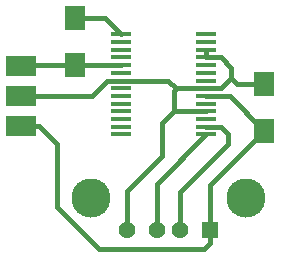
<source format=gbr>
%TF.GenerationSoftware,KiCad,Pcbnew,(6.0.2)*%
%TF.CreationDate,2022-06-18T13:35:15+01:00*%
%TF.ProjectId,ftdi,66746469-2e6b-4696-9361-645f70636258,rev?*%
%TF.SameCoordinates,Original*%
%TF.FileFunction,Copper,L1,Top*%
%TF.FilePolarity,Positive*%
%FSLAX46Y46*%
G04 Gerber Fmt 4.6, Leading zero omitted, Abs format (unit mm)*
G04 Created by KiCad (PCBNEW (6.0.2)) date 2022-06-18 13:35:15*
%MOMM*%
%LPD*%
G01*
G04 APERTURE LIST*
%TA.AperFunction,SMDPad,CuDef*%
%ADD10R,1.700000X2.000000*%
%TD*%
%TA.AperFunction,ComponentPad*%
%ADD11R,1.428000X1.428000*%
%TD*%
%TA.AperFunction,ComponentPad*%
%ADD12C,1.428000*%
%TD*%
%TA.AperFunction,ComponentPad*%
%ADD13C,3.316000*%
%TD*%
%TA.AperFunction,SMDPad,CuDef*%
%ADD14R,2.500000X1.700000*%
%TD*%
%TA.AperFunction,SMDPad,CuDef*%
%ADD15R,1.750000X0.450000*%
%TD*%
%TA.AperFunction,Conductor*%
%ADD16C,0.400000*%
%TD*%
G04 APERTURE END LIST*
D10*
%TO.P,C1,1*%
%TO.N,/GND*%
X23114000Y15748000D03*
%TO.P,C1,2*%
%TO.N,/5V*%
X23114000Y11748000D03*
%TD*%
D11*
%TO.P,J2,01,VCC*%
%TO.N,/5V*%
X18486000Y3386000D03*
D12*
%TO.P,J2,02,D-*%
%TO.N,/USBD-*%
X15986000Y3386000D03*
%TO.P,J2,03,D+*%
%TO.N,/USBD+*%
X13986000Y3386000D03*
%TO.P,J2,04,GND*%
%TO.N,/GND*%
X11486000Y3386000D03*
D13*
%TO.P,J2,S1,SHIELD*%
%TO.N,Net-(J2-PadS1)*%
X21556000Y6096000D03*
%TO.P,J2,S2,SHIELD*%
X8416000Y6096000D03*
%TD*%
D14*
%TO.P,J1,1,Pin_1*%
%TO.N,/5V*%
X2540000Y12192000D03*
%TO.P,J1,2,Pin_2*%
%TO.N,/GND*%
X2540000Y14732000D03*
%TO.P,J1,3,Pin_3*%
%TO.N,/UPDI*%
X2540000Y17272000D03*
%TD*%
D10*
%TO.P,4.99K1,1*%
%TO.N,/TXD*%
X7112000Y21304000D03*
%TO.P,4.99K1,2*%
%TO.N,/UPDI*%
X7112000Y17304000D03*
%TD*%
D15*
%TO.P,U1,1,TXD*%
%TO.N,/TXD*%
X11004000Y19901000D03*
%TO.P,U1,2,DTR*%
%TO.N,unconnected-(U1-Pad2)*%
X11004000Y19251000D03*
%TO.P,U1,3,RTS*%
%TO.N,unconnected-(U1-Pad3)*%
X11004000Y18601000D03*
%TO.P,U1,4,VCCIO*%
%TO.N,unconnected-(U1-Pad4)*%
X11004000Y17951000D03*
%TO.P,U1,5,RXD*%
%TO.N,/UPDI*%
X11004000Y17301000D03*
%TO.P,U1,6,RI*%
%TO.N,unconnected-(U1-Pad6)*%
X11004000Y16651000D03*
%TO.P,U1,7,GND*%
%TO.N,/GND*%
X11004000Y16001000D03*
%TO.P,U1,8*%
%TO.N,N/C*%
X11004000Y15351000D03*
%TO.P,U1,9,DCR*%
%TO.N,unconnected-(U1-Pad9)*%
X11004000Y14701000D03*
%TO.P,U1,10,DCD*%
%TO.N,unconnected-(U1-Pad10)*%
X11004000Y14051000D03*
%TO.P,U1,11,CTS*%
%TO.N,unconnected-(U1-Pad11)*%
X11004000Y13401000D03*
%TO.P,U1,12,CBUS4*%
%TO.N,unconnected-(U1-Pad12)*%
X11004000Y12751000D03*
%TO.P,U1,13,CBUS2*%
%TO.N,unconnected-(U1-Pad13)*%
X11004000Y12101000D03*
%TO.P,U1,14,CBUS3*%
%TO.N,unconnected-(U1-Pad14)*%
X11004000Y11451000D03*
%TO.P,U1,15,USBD+*%
%TO.N,/USBD+*%
X18204000Y11451000D03*
%TO.P,U1,16,USBD-*%
%TO.N,/USBD-*%
X18204000Y12101000D03*
%TO.P,U1,17,3V3OUT*%
%TO.N,unconnected-(U1-Pad17)*%
X18204000Y12751000D03*
%TO.P,U1,18,GND*%
%TO.N,/GND*%
X18204000Y13401000D03*
%TO.P,U1,19,~{RESET}*%
%TO.N,unconnected-(U1-Pad19)*%
X18204000Y14051000D03*
%TO.P,U1,20,VCC*%
%TO.N,/5V*%
X18204000Y14701000D03*
%TO.P,U1,21,GND*%
%TO.N,/GND*%
X18204000Y15351000D03*
%TO.P,U1,22,CBUS1*%
%TO.N,unconnected-(U1-Pad22)*%
X18204000Y16001000D03*
%TO.P,U1,23,CBUS0*%
%TO.N,unconnected-(U1-Pad23)*%
X18204000Y16651000D03*
%TO.P,U1,24*%
%TO.N,N/C*%
X18204000Y17301000D03*
%TO.P,U1,25,AGND*%
%TO.N,/GND*%
X18204000Y17951000D03*
%TO.P,U1,26,TEST*%
X18204000Y18601000D03*
%TO.P,U1,27,OSCI*%
%TO.N,unconnected-(U1-Pad27)*%
X18204000Y19251000D03*
%TO.P,U1,28,OSCO*%
%TO.N,unconnected-(U1-Pad28)*%
X18204000Y19901000D03*
%TD*%
D16*
%TO.N,/GND*%
X15494000Y15097000D02*
X15494000Y13462000D01*
X15748000Y15351000D02*
X15494000Y15097000D01*
X16571000Y13401000D02*
X15433000Y13401000D01*
X16621000Y15351000D02*
X15637000Y15351000D01*
X18204000Y15351000D02*
X16621000Y15351000D01*
X18204000Y13401000D02*
X16571000Y13401000D01*
X11486000Y6660000D02*
X11486000Y3386000D01*
X15433000Y13401000D02*
X14478000Y12446000D01*
X14478000Y12446000D02*
X14478000Y9652000D01*
X14478000Y9652000D02*
X11486000Y6660000D01*
X14987000Y16001000D02*
X11004000Y16001000D01*
X15637000Y15351000D02*
X14987000Y16001000D01*
%TO.N,/5V*%
X5588000Y10668000D02*
X4064000Y12192000D01*
X5588000Y5334000D02*
X5588000Y10668000D01*
X9144000Y1778000D02*
X5588000Y5334000D01*
X18486000Y2230000D02*
X18034000Y1778000D01*
X4064000Y12192000D02*
X2540000Y12192000D01*
X18486000Y3386000D02*
X18486000Y2230000D01*
X18034000Y1778000D02*
X9144000Y1778000D01*
%TO.N,/USBD-*%
X20066000Y10668000D02*
X15986000Y6588000D01*
X20066000Y11488022D02*
X20066000Y10668000D01*
X15986000Y6588000D02*
X15986000Y3386000D01*
X19453022Y12101000D02*
X20066000Y11488022D01*
X18204000Y12101000D02*
X19453022Y12101000D01*
%TO.N,/USBD+*%
X13986000Y7233000D02*
X13986000Y3386000D01*
X18204000Y11451000D02*
X13986000Y7233000D01*
%TO.N,/5V*%
X18486000Y7120000D02*
X18486000Y3386000D01*
X23114000Y11748000D02*
X18486000Y7120000D01*
%TO.N,/UPDI*%
X7112000Y17304000D02*
X2572000Y17304000D01*
X7112000Y17304000D02*
X11001000Y17304000D01*
X2572000Y17304000D02*
X2540000Y17272000D01*
X7080000Y17272000D02*
X7112000Y17304000D01*
X11001000Y17304000D02*
X11004000Y17301000D01*
%TO.N,/TXD*%
X7112000Y21304000D02*
X9601000Y21304000D01*
X9601000Y21304000D02*
X11004000Y19901000D01*
%TO.N,/5V*%
X18204000Y14701000D02*
X20161000Y14701000D01*
X20161000Y14701000D02*
X23114000Y11748000D01*
%TO.N,/GND*%
X20320000Y16224000D02*
X20796000Y15748000D01*
X20796000Y15748000D02*
X23114000Y15748000D01*
X20320000Y16224000D02*
X19447000Y15351000D01*
X19447000Y15351000D02*
X18204000Y15351000D01*
X19453022Y17951000D02*
X20320000Y17084022D01*
X2540000Y14732000D02*
X8485978Y14732000D01*
X20320000Y17084022D02*
X20320000Y16224000D01*
X8485978Y14732000D02*
X9754978Y16001000D01*
X9754978Y16001000D02*
X11004000Y16001000D01*
X18204000Y18601000D02*
X18204000Y17951000D01*
X14353978Y16002000D02*
X12446000Y16002000D01*
X18204000Y17951000D02*
X19453022Y17951000D01*
%TD*%
M02*

</source>
